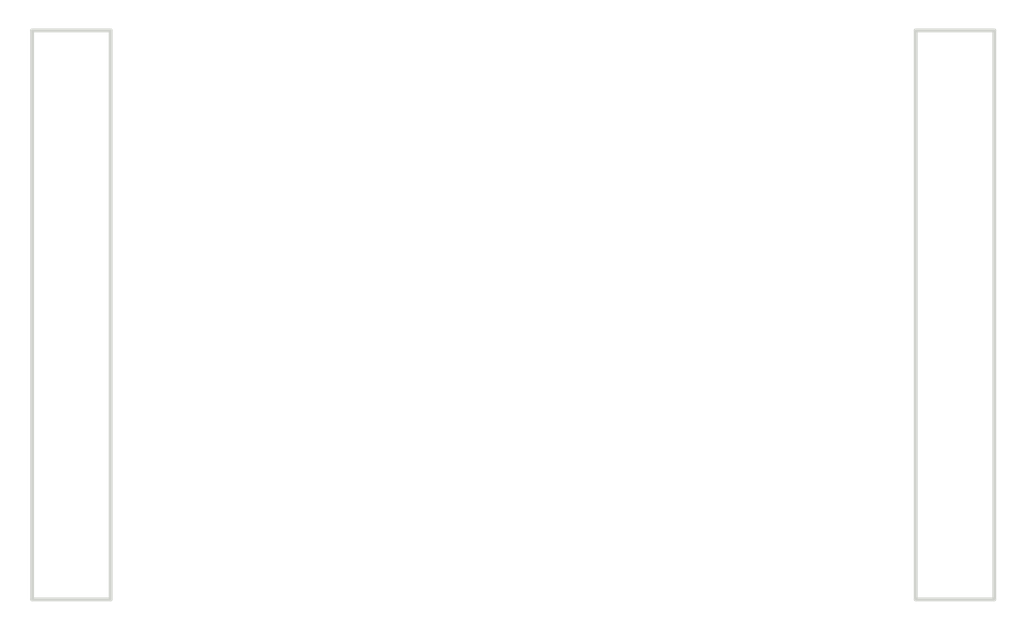
<source format=kicad_pcb>
(kicad_pcb (version 20241229) (generator "pcbnew") (generator_version "9.0")
  (title_block (title "Board 2x06 W22.86") (date "2025-09-29") (rev "V0"))
  (layers (0 "F.Cu" signal) (2 "B.Cu" signal) (13 "F.Paste" user) (15 "B.Paste" user) (5 "F.SilkS" user "F.Silkscreen") (7 "B.SilkS" user "B.Silkscreen") (1 "F.Mask" user) (3 "B.Mask" user) (25 "Edge.Cuts" user))
  (net 0 "")
  (footprint "SamacSys_Parts:PinHeader_1x06_P2.54mm_Vertical" (layer "B.Cu") (at 22.86 0 180)
    (property "Reference" "J2" (hide yes))
    (property "Value" "Pin_Header_01x06")
  )
  (footprint "SamacSys_Parts:PinHeader_1x06_P2.54mm_Vertical" (layer "B.Cu") (at 0 0 180)
    (property "Reference" "J1" (hide yes))
    (property "Value" "Pin_Header_01x06")
  )
  (gr_line (start 1.016 -1.016) (end 1.016 13.716) (stroke (width 0.1)) (layer "Edge.Cuts"))
  (gr_line (start -1.016 -1.016) (end 1.016 -1.016) (stroke (width 0.1)) (layer "Edge.Cuts"))
  (gr_line (start 21.844 -1.016) (end 23.876 -1.016) (stroke (width 0.1)) (layer "Edge.Cuts"))
  (gr_line (start 23.876 -1.016) (end 23.876 13.716) (stroke (width 0.1)) (layer "Edge.Cuts"))
  (gr_line (start 1.016 13.716) (end -1.016 13.716) (stroke (width 0.1)) (layer "Edge.Cuts"))
  (gr_line (start 23.876 13.716) (end 21.844 13.716) (stroke (width 0.1)) (layer "Edge.Cuts"))
  (gr_line (start -1.016 13.716) (end -1.016 -1.016) (stroke (width 0.1)) (layer "Edge.Cuts"))
  (gr_line (start 21.844 13.716) (end 21.844 -1.016) (stroke (width 0.1)) (layer "Edge.Cuts"))
)
</source>
